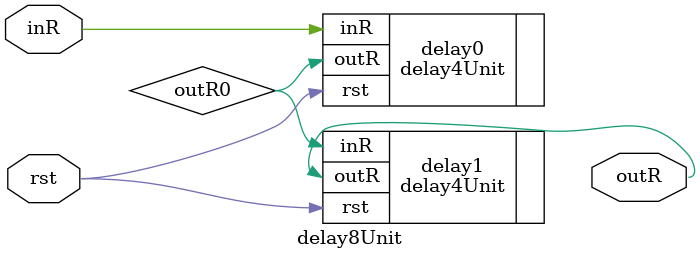
<source format=v>
`timescale 1ns / 1ps


(*dont_touch = "true"*)module delay8Unit(
    inR, outR, rst
    );
    input inR;
    output outR;
    input rst;
    
    wire outR0;
    (* dont_touch="true" *)delay4Unit delay0(.inR(inR), .outR(outR0), .rst(rst));
    (* dont_touch="true" *)delay4Unit delay1(.inR(outR0), .outR(outR), .rst(rst));
    
endmodule

</source>
